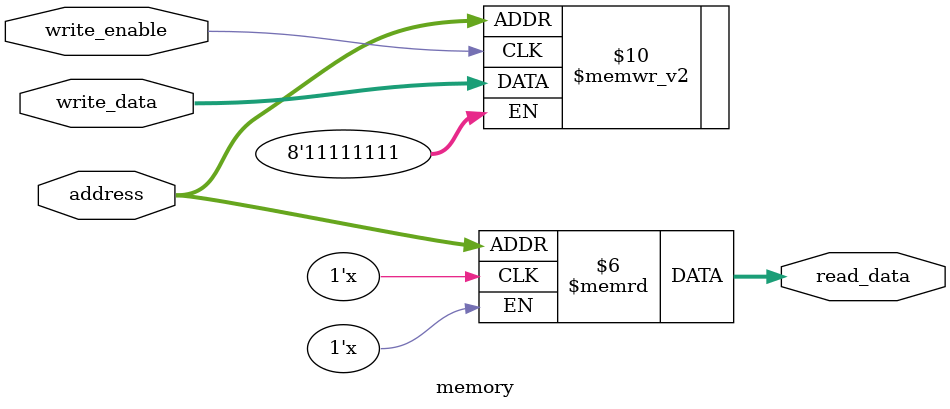
<source format=v>
module memory (
    input [15:0] address,
    input [7:0] write_data,
    input write_enable,
    output [7:0] read_data
);
    reg [7:0] mem [0:65535]; 

    always @(posedge write_enable) begin
        mem[address] <= write_data;
    end

    assign read_data = mem[address];
endmodule 
</source>
